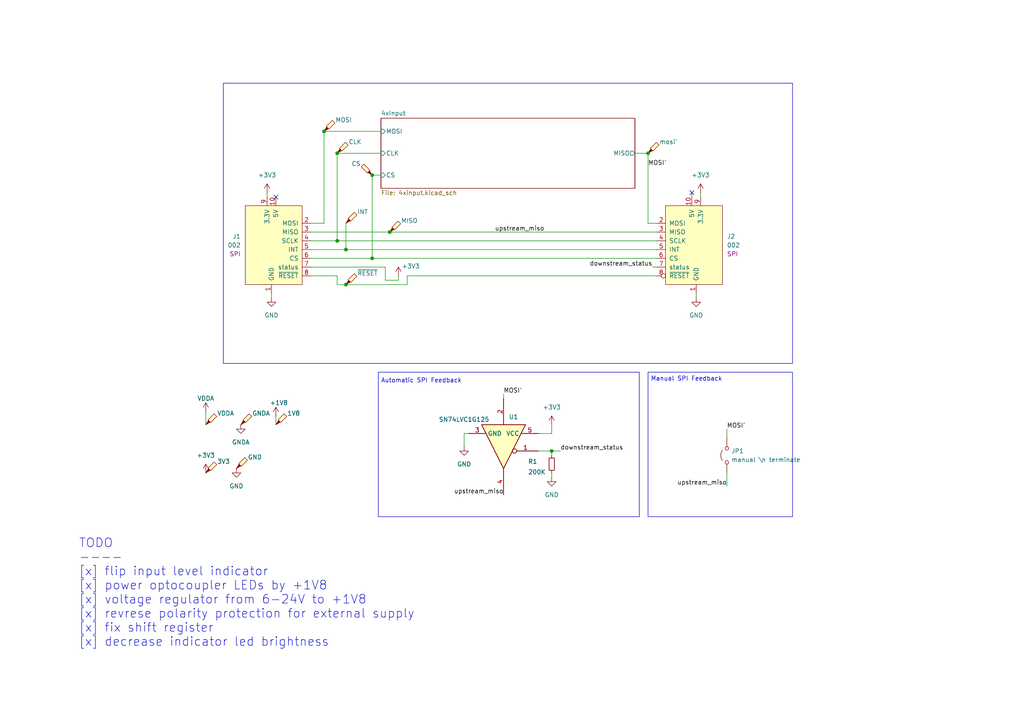
<source format=kicad_sch>
(kicad_sch (version 20250114) (generator "eeschema") (generator_version "9.0")
  (paper "A4")
  (title_block (title "${BoardName}") (date "2024-11-11") (rev "${BoardRevision}"))
  (lib_symbols
    (symbol "74xGxx:SN74LVC1G125DBV"
      (property "Reference" "U" (at -10.16 7.62 0))
      (property "Value" "SN74LVC1G125DBV" (at 2.54 -7.62 0))
      (symbol "SN74LVC1G125DBV_0_1"
        (polyline (pts (xy -7.62 6.35) (xy -7.62 -6.35) (xy 5.08 0) (xy -7.62 6.35)) (stroke (width 0.254)) (fill (type background)))
      )
      (symbol "SN74LVC1G125DBV_1_1"
        (pin input line (at -15.24 0 0) (length 7.62) (name "~") (number "2"))
        (pin power_in line (at -5.08 10.16 270) (length 5.08) (name "VCC") (number "5"))
        (pin power_in line (at -5.08 -10.16 90) (length 5.08) (name "GND") (number "3"))
        (pin input inverted (at 0 10.16 270) (length 7.62) (name "~") (number "1"))
        (pin tri_state line (at 12.7 0 180) (length 7.62) (name "~") (number "4"))
      )
    )
    (symbol "Connector:TestPoint_Probe" (pin_numbers (hide yes)) (pin_names (offset 0.762) (hide yes))
      (property "Reference" "TP" (at 1.651 5.842 0))
      (property "Value" "TestPoint_Probe" (at 1.651 4.064 0))
      (symbol "TestPoint_Probe_0_1"
        (polyline (pts (xy 1.27 0.762) (xy 0 0) (xy 0.762 1.27) (xy 1.27 0.762)) (fill (type outline)))
        (polyline (pts (xy 1.397 0.635) (xy 0.635 1.397) (xy 2.413 3.175) (xy 3.175 2.413) (xy 1.397 0.635)) (fill (type background)))
      )
      (symbol "TestPoint_Probe_1_1"
        (pin passive line (at 0 0 90) (length 0) (name "1") (number "1"))
      )
    )
    (symbol "Device:R_Small" (pin_numbers (hide yes)) (pin_names (offset 0.254) (hide yes))
      (property "Reference" "R" (at 0 0 90))
      (property "Value" "R_Small" (at 1.778 0 90))
      (symbol "R_Small_0_1"
        (rectangle (start -0.762 1.778) (end 0.762 -1.778) (stroke (width 0.2032)))
      )
      (symbol "R_Small_1_1"
        (pin passive line (at 0 2.54 270) (length 0.762) (name "~") (number "1"))
        (pin passive line (at 0 -2.54 90) (length 0.762) (name "~") (number "2"))
      )
    )
    (symbol "Jumper:Jumper_2_Open" (pin_numbers (hide yes)) (pin_names (offset 0) (hide yes))
      (property "Reference" "JP" (at 0 2.794 0))
      (property "Value" "Jumper_2_Open" (at 0 -2.286 0))
      (symbol "Jumper_2_Open_0_0"
        (circle (center -2.032 0) (radius 0.508))
        (circle (center 2.032 0) (radius 0.508))
      )
      (symbol "Jumper_2_Open_0_1"
        (arc (start -1.524 1.27) (mid 0 1.778) (end 1.524 1.27))
      )
      (symbol "Jumper_2_Open_1_1"
        (pin passive line (at -5.08 0 0) (length 2.54) (name "A") (number "1"))
        (pin passive line (at 5.08 0 180) (length 2.54) (name "B") (number "2"))
      )
    )
    (symbol "power:+3V3" (power) (pin_numbers (hide yes)) (pin_names (offset 0) (hide yes))
      (property "Value" "+3V3" (at 0 3.556 0))
      (symbol "+3V3_0_1"
        (polyline (pts (xy -0.762 1.27) (xy 0 2.54)))
        (polyline (pts (xy 0 2.54) (xy 0.762 1.27)))
        (polyline (pts (xy 0 0) (xy 0 2.54)))
      )
      (symbol "+3V3_1_1"
        (pin power_in line (at 0 0 90) (length 0) (name "~") (number "1"))
      )
    )
    (symbol "power:GND" (power) (pin_numbers (hide yes)) (pin_names (offset 0) (hide yes))
      (property "Value" "GND" (at 0 -3.81 0))
      (symbol "GND_0_1"
        (polyline (pts (xy 0 0) (xy 0 -1.27) (xy 1.27 -1.27) (xy 0 -2.54) (xy -1.27 -1.27) (xy 0 -1.27)))
      )
      (symbol "GND_1_1"
        (pin power_in line (at 0 0 270) (length 0) (name "~") (number "1"))
      )
    )
    (symbol "power:GNDA" (power) (pin_numbers (hide yes)) (pin_names (offset 0) (hide yes))
      (property "Value" "GNDA" (at 0 -3.81 0))
      (symbol "GNDA_0_1"
        (polyline (pts (xy 0 0) (xy 0 -1.27) (xy 1.27 -1.27) (xy 0 -2.54) (xy -1.27 -1.27) (xy 0 -1.27)))
      )
      (symbol "GNDA_1_1"
        (pin power_in line (at 0 0 270) (length 0) (name "~") (number "1"))
      )
    )
    (symbol "power:VDDA" (power) (pin_numbers (hide yes)) (pin_names (offset 0) (hide yes))
      (property "Value" "VDDA" (at 0 3.556 0))
      (symbol "VDDA_0_1"
        (polyline (pts (xy -0.762 1.27) (xy 0 2.54)))
        (polyline (pts (xy 0 2.54) (xy 0.762 1.27)))
        (polyline (pts (xy 0 0) (xy 0 2.54)))
      )
      (symbol "VDDA_1_1"
        (pin power_in line (at 0 0 90) (length 0) (name "~") (number "1"))
      )
    )
    (symbol "put_on_edge:002_SPI_device" (pin_names (offset 1.016)) (in_bom no)
      (property "Reference" "J" (at 6.35 13.97 0))
      (property "Value" "002" (at 5.842 -11.684 0))
      (property "Type" "SPI" (at -7.366 -11.43 0))
      (symbol "002_SPI_device_0_1"
        (rectangle (start 7.62 12.7) (end -8.89 -10.16) (fill (type background)))
      )
      (symbol "002_SPI_device_1_1"
        (pin power_out line (at -2.54 15.24 270) (length 2.54) (name "3.3V") (number "9"))
        (pin power_out line (at -1.27 -12.7 90) (length 2.54) (name "GND") (number "1"))
        (pin power_out line (at 0 15.24 270) (length 2.54) (name "5V") (number "10"))
        (pin output line (at 10.16 7.62 180) (length 2.54) (name "MOSI") (number "2"))
        (pin input line (at 10.16 5.08 180) (length 2.54) (name "MISO") (number "3"))
        (pin output line (at 10.16 2.54 180) (length 2.54) (name "SCLK") (number "4"))
        (pin input line (at 10.16 0 180) (length 2.54) (name "INT") (number "5"))
        (pin output line (at 10.16 -2.54 180) (length 2.54) (name "CS") (number "6"))
        (pin input line (at 10.16 -5.08 180) (length 2.54) (name "status") (number "7"))
        (pin output line (at 10.16 -7.62 180) (length 2.54) (name "~{RESET}") (number "8"))
      )
    )
    (symbol "put_on_edge:002_SPI_host" (pin_names (offset 1.016)) (in_bom no)
      (property "Reference" "J" (at -6.35 13.97 0))
      (property "Value" "002" (at -5.842 -11.684 0))
      (property "Type" "SPI" (at 7.366 -11.43 0))
      (symbol "002_SPI_host_0_1"
        (rectangle (start -7.62 12.7) (end 8.89 -10.16) (fill (type background)))
      )
      (symbol "002_SPI_host_1_1"
        (pin input line (at -10.16 7.62 0) (length 2.54) (name "MOSI") (number "2"))
        (pin output line (at -10.16 5.08 0) (length 2.54) (name "MISO") (number "3"))
        (pin input line (at -10.16 2.54 0) (length 2.54) (name "SCLK") (number "4"))
        (pin output line (at -10.16 0 0) (length 2.54) (name "INT") (number "5"))
        (pin input line (at -10.16 -2.54 0) (length 2.54) (name "CS") (number "6"))
        (pin output line (at -10.16 -5.08 0) (length 2.54) (name "status") (number "7"))
        (pin input inverted (at -10.16 -7.62 0) (length 2.54) (name "~{RESET}") (number "8"))
        (pin power_in line (at 0 15.24 270) (length 2.54) (name "5V") (number "10"))
        (pin passive line (at 1.27 -12.7 90) (length 2.54) (name "GND") (number "1"))
        (pin power_in line (at 2.54 15.24 270) (length 2.54) (name "3.3V") (number "9"))
      )
    )
  )
  (rectangle (start 109.728 107.95) (end 185.42 149.86))
  (rectangle (start 64.77 24.13) (end 229.87 105.41))
  (rectangle (start 187.96 107.95) (end 229.87 149.86))
  (text "Manual SPI Feedback" (at 188.722 109.982 0) (effects (font (size 1.27 1.27)) (justify left)))
  (text "TODO\n----\n[x] flip input level indicator \n[x] power optocoupler LEDs by +1V8 \n[x] voltage regulator from 6-24V to +1V8\n[x] revrese polarity protection for external supply\n[x] fix shift register\n[x] decrease indicator led brightness\n" (at 22.86 171.958 0) (effects (font (size 2.54 2.54)) (justify left)))
  (text "Automatic SPI Feedback" (at 110.49 110.49 0) (effects (font (size 1.27 1.27)) (justify left)))
  (junction (at 187.96 44.45))
  (junction (at 160.02 130.81))
  (junction (at 97.79 44.45))
  (junction (at 97.79 69.85))
  (junction (at 113.03 67.31))
  (junction (at 93.98 38.1))
  (junction (at 107.95 50.8))
  (junction (at 107.95 74.93))
  (junction (at 100.33 72.39))
  (junction (at 100.33 82.55))
  (no_connect (at 80.01 57.15))
  (no_connect (at 200.66 55.88))
  (wire (pts (xy 146.05 114.3) (xy 146.05 115.57)))
  (wire (pts (xy 160.02 132.08) (xy 160.02 130.81)))
  (wire (pts (xy 200.66 55.88) (xy 200.66 57.15)))
  (wire (pts (xy 134.62 129.54) (xy 134.62 125.73)))
  (wire (pts (xy 184.15 44.45) (xy 187.96 44.45)))
  (wire (pts (xy 115.57 80.01) (xy 115.57 81.28)))
  (wire (pts (xy 107.95 50.8) (xy 110.49 50.8)))
  (wire (pts (xy 160.02 125.73) (xy 156.21 125.73)))
  (wire (pts (xy 210.82 137.16) (xy 210.82 140.97)))
  (wire (pts (xy 90.17 64.77) (xy 93.98 64.77)))
  (wire (pts (xy 187.96 44.45) (xy 187.96 64.77)))
  (wire (pts (xy 160.02 130.81) (xy 156.21 130.81)))
  (wire (pts (xy 97.79 69.85) (xy 190.5 69.85)))
  (wire (pts (xy 107.95 74.93) (xy 190.5 74.93)))
  (wire (pts (xy 201.93 85.09) (xy 201.93 86.36)))
  (wire (pts (xy 78.74 85.09) (xy 78.74 86.36)))
  (wire (pts (xy 118.11 82.55) (xy 100.33 82.55)))
  (wire (pts (xy 189.23 77.47) (xy 190.5 77.47)))
  (wire (pts (xy 160.02 137.16) (xy 160.02 138.43)))
  (wire (pts (xy 93.98 64.77) (xy 93.98 38.1)))
  (wire (pts (xy 77.47 55.88) (xy 77.47 57.15)))
  (wire (pts (xy 100.33 82.55) (xy 97.79 82.55)))
  (wire (pts (xy 210.82 124.46) (xy 210.82 127)))
  (wire (pts (xy 100.33 72.39) (xy 190.5 72.39)))
  (wire (pts (xy 118.11 80.01) (xy 118.11 82.55)))
  (wire (pts (xy 59.69 119.38) (xy 59.69 123.19)))
  (wire (pts (xy 97.79 69.85) (xy 97.79 44.45)))
  (wire (pts (xy 90.17 69.85) (xy 97.79 69.85)))
  (wire (pts (xy 111.76 81.28) (xy 115.57 81.28)))
  (wire (pts (xy 187.96 64.77) (xy 190.5 64.77)))
  (wire (pts (xy 90.17 74.93) (xy 107.95 74.93)))
  (wire (pts (xy 118.11 80.01) (xy 190.5 80.01)))
  (wire (pts (xy 107.95 74.93) (xy 107.95 50.8)))
  (wire (pts (xy 80.01 120.65) (xy 80.01 123.19)))
  (wire (pts (xy 90.17 67.31) (xy 113.03 67.31)))
  (wire (pts (xy 90.17 72.39) (xy 100.33 72.39)))
  (wire (pts (xy 90.17 80.01) (xy 97.79 80.01)))
  (wire (pts (xy 93.98 38.1) (xy 110.49 38.1)))
  (wire (pts (xy 97.79 44.45) (xy 110.49 44.45)))
  (wire (pts (xy 203.2 55.88) (xy 203.2 57.15)))
  (wire (pts (xy 90.17 77.47) (xy 111.76 77.47)))
  (wire (pts (xy 134.62 125.73) (xy 135.89 125.73)))
  (wire (pts (xy 111.76 77.47) (xy 111.76 81.28)))
  (wire (pts (xy 160.02 130.81) (xy 162.56 130.81)))
  (wire (pts (xy 113.03 67.31) (xy 190.5 67.31)))
  (wire (pts (xy 160.02 123.19) (xy 160.02 125.73)))
  (wire (pts (xy 97.79 80.01) (xy 97.79 82.55)))
  (wire (pts (xy 100.33 72.39) (xy 100.33 64.77)))
  (label "downstream_status" (at 189.23 77.47 180))
  (label "upstream_miso" (at 210.82 140.97 180))
  (label "upstream_miso" (at 146.05 143.51 180))
  (label "upstream_miso" (at 143.51 67.31 0))
  (label "MOSI'" (at 146.05 114.3 0))
  (label "MOSI'" (at 210.82 124.46 0))
  (label "downstream_status" (at 162.56 130.81 0))
  (label "MOSI'" (at 187.96 48.26 0))
  (symbol (lib_id "Jumper:Jumper_2_Open") (at 210.82 132.08 90) (unit 1) (exclude_from_sim yes) (in_bom no)
    (property "Reference" "JP1" (at 212.09 130.8099 90) (effects (justify right)))
    (property "Value" "manual \\n terminate" (at 212.09 133.3499 90) (effects (justify right)))
    (property "Footprint" "Connector_PinHeader_2.54mm:PinHeader_1x02_P2.54mm_Vertical" (effects (hide yes)))
    (property "Description" "Jumper, 2-pole, open" (effects (hide yes)))
  )
  (symbol (lib_id "Connector:TestPoint_Probe") (at 59.69 137.16 0) (unit 1) (in_bom no)
    (property "Reference" "TP13" (effects (hide yes)))
    (property "Value" "3V3" (at 62.992 133.858 0) (effects (justify left)))
    (property "Footprint" "TestPoint:TestPoint_THTPad_D1.0mm_Drill0.5mm" (effects (hide yes)))
    (property "Description" "test point (alternative probe-style design)" (effects (hide yes)))
  )
  (symbol (lib_id "power:VDDA") (at 59.69 119.38 0) (unit 1)
    (property "Reference" "#PWR076" (effects (hide yes)))
    (property "Value" "VDDA" (at 59.69 115.57 0))
    (property "Description" "Power symbol creates a global label with name \"VDDA\"" (effects (hide yes)))
  )
  (symbol (lib_id "put_on_edge:002_SPI_device") (at 80.01 72.39 0) (unit 1) (in_bom no)
    (property "Reference" "J1" (at 69.85 68.5799 0) (effects (justify right)))
    (property "Value" "002" (at 69.85 71.1199 0) (effects (justify right)))
    (property "Footprint" "put_on_edge:on_edge_2x05_device" (effects (hide yes)))
    (property "Type" "SPI" (at 69.85 73.6599 0) (effects (justify right)))
  )
  (symbol (lib_id "Connector:TestPoint_Probe") (at 69.85 123.19 0) (unit 1) (in_bom no)
    (property "Reference" "TP16" (effects (hide yes)))
    (property "Value" "GNDA" (at 73.152 119.888 0) (effects (justify left)))
    (property "Footprint" "TestPoint:TestPoint_THTPad_D1.0mm_Drill0.5mm" (effects (hide yes)))
    (property "Description" "test point (alternative probe-style design)" (effects (hide yes)))
  )
  (symbol (lib_id "Connector:TestPoint_Probe") (at 187.96 44.45 0) (unit 1) (in_bom no)
    (property "Reference" "TP11" (effects (hide yes)))
    (property "Value" "mosi'" (at 191.262 41.148 0) (effects (justify left)))
    (property "Footprint" "TestPoint:TestPoint_THTPad_D1.0mm_Drill0.5mm" (effects (hide yes)))
    (property "Description" "test point (alternative probe-style design)" (effects (hide yes)))
  )
  (symbol (lib_id "Device:R_Small") (at 160.02 134.62 0) (unit 1)
    (property "Reference" "R1" (at 153.162 133.858 0) (effects (justify left)))
    (property "Value" "200K" (at 153.162 136.906 0) (effects (justify left)))
    (property "Footprint" "Resistor_SMD:R_0402_1005Metric_Pad0.72x0.64mm_HandSolder" (effects (hide yes)))
    (property "Description" "Resistor, small symbol" (effects (hide yes)))
    (property "LCSC Part#" "C25764" (effects (hide yes)))
  )
  (symbol (lib_id "Connector:TestPoint_Probe") (at 113.03 67.31 0) (unit 1) (in_bom no)
    (property "Reference" "TP10" (effects (hide yes)))
    (property "Value" "MISO" (at 116.332 64.008 0) (effects (justify left)))
    (property "Footprint" "TestPoint:TestPoint_THTPad_D1.0mm_Drill0.5mm" (effects (hide yes)))
    (property "Description" "test point (alternative probe-style design)" (effects (hide yes)))
  )
  (symbol (lib_id "Connector:TestPoint_Probe") (at 68.58 135.89 0) (unit 1) (in_bom no)
    (property "Reference" "TP14" (effects (hide yes)))
    (property "Value" "GND" (at 71.882 132.588 0) (effects (justify left)))
    (property "Footprint" "TestPoint:TestPoint_THTPad_D1.0mm_Drill0.5mm" (effects (hide yes)))
    (property "Description" "test point (alternative probe-style design)" (effects (hide yes)))
  )
  (symbol (lib_id "74xGxx:SN74LVC1G125DBV") (at 146.05 130.81 270) (unit 1)
    (property "Reference" "U1" (at 147.574 120.904 90) (effects (justify left)))
    (property "Value" "SN74LVC1G125" (at 127.254 121.666 90) (effects (justify left)))
    (property "Footprint" "Package_TO_SOT_SMD:SOT-23-5" (effects (hide yes)))
    (property "Datasheet" "http://www.ti.com/lit/ds/symlink/sn74lvc1g125.pdf" (effects (hide yes)))
    (property "Description" "Single Buffer Gate Tri-State, Low-Voltage CMOS, SOT-23-5" (effects (hide yes)))
    (property "LCSC Part#" "C23654" (effects (hide yes)))
  )
  (symbol (lib_id "Connector:TestPoint_Probe") (at 100.33 82.55 0) (unit 1) (in_bom no)
    (property "Reference" "TP9" (effects (hide yes)))
    (property "Value" "~{RESET}" (at 103.632 79.248 0) (effects (justify left)))
    (property "Footprint" "TestPoint:TestPoint_THTPad_D1.0mm_Drill0.5mm" (effects (hide yes)))
    (property "Description" "test point (alternative probe-style design)" (effects (hide yes)))
  )
  (symbol (lib_id "put_on_edge:002_SPI_host") (at 200.66 72.39 0) (unit 1) (in_bom no)
    (property "Reference" "J2" (at 210.82 68.5799 0) (effects (justify left)))
    (property "Value" "002" (at 210.82 71.1199 0) (effects (justify left)))
    (property "Footprint" "put_on_edge:on_edge_2x05_host" (effects (hide yes)))
    (property "Type" "SPI" (at 210.82 73.6599 0) (effects (justify left)))
  )
  (symbol (lib_id "Connector:TestPoint_Probe") (at 107.95 50.8 0) (mirror y) (unit 1) (in_bom no)
    (property "Reference" "TP12" (effects (hide yes)))
    (property "Value" "CS" (at 104.648 47.498 0) (effects (justify left)))
    (property "Footprint" "TestPoint:TestPoint_THTPad_D1.0mm_Drill0.5mm" (effects (hide yes)))
    (property "Description" "test point (alternative probe-style design)" (effects (hide yes)))
  )
  (symbol (lib_id "power:+3V3") (at 115.57 80.01 0) (unit 1)
    (property "Reference" "#PWR03" (effects (hide yes)))
    (property "Value" "+3V3" (at 119.126 77.216 0))
    (property "Description" "Power symbol creates a global label with name \"+3V3\"" (effects (hide yes)))
  )
  (symbol (lib_id "Connector:TestPoint_Probe") (at 100.33 64.77 0) (unit 1) (in_bom no)
    (property "Reference" "TP8" (effects (hide yes)))
    (property "Value" "INT" (at 103.632 61.468 0) (effects (justify left)))
    (property "Footprint" "TestPoint:TestPoint_THTPad_D1.0mm_Drill0.5mm" (effects (hide yes)))
    (property "Description" "test point (alternative probe-style design)" (effects (hide yes)))
  )
  (symbol (lib_id "power:+3V3") (at 77.47 55.88 0) (unit 1)
    (property "Reference" "#PWR01" (effects (hide yes)))
    (property "Value" "+3V3" (at 77.47 50.8 0))
    (property "Description" "Power symbol creates a global label with name \"+3V3\"" (effects (hide yes)))
  )
  (symbol (lib_id "Connector:TestPoint_Probe") (at 97.79 44.45 0) (unit 1) (in_bom no)
    (property "Reference" "TP7" (effects (hide yes)))
    (property "Value" "CLK" (at 101.092 41.148 0) (effects (justify left)))
    (property "Footprint" "TestPoint:TestPoint_THTPad_D1.0mm_Drill0.5mm" (effects (hide yes)))
    (property "Description" "test point (alternative probe-style design)" (effects (hide yes)))
  )
  (symbol (lib_id "power:+3V3") (at 59.69 137.16 0) (unit 1)
    (property "Reference" "#PWR010" (effects (hide yes)))
    (property "Value" "+3V3" (at 59.69 132.08 0))
    (property "Description" "Power symbol creates a global label with name \"+3V3\"" (effects (hide yes)))
  )
  (symbol (lib_id "Connector:TestPoint_Probe") (at 80.01 123.19 0) (unit 1) (in_bom no)
    (property "Reference" "TP17" (effects (hide yes)))
    (property "Value" "1V8" (at 83.312 119.888 0) (effects (justify left)))
    (property "Footprint" "TestPoint:TestPoint_THTPad_D1.0mm_Drill0.5mm" (effects (hide yes)))
    (property "Description" "test point (alternative probe-style design)" (effects (hide yes)))
  )
  (symbol (lib_id "power:GND") (at 160.02 138.43 0) (unit 1)
    (property "Reference" "#PWR06" (effects (hide yes)))
    (property "Value" "GND" (at 160.02 143.51 0))
    (property "Description" "Power symbol creates a global label with name \"GND\" , ground" (effects (hide yes)))
  )
  (symbol (lib_id "power:GND") (at 78.74 86.36 0) (unit 1)
    (property "Reference" "#PWR02" (effects (hide yes)))
    (property "Value" "GND" (at 78.74 91.44 0))
    (property "Description" "Power symbol creates a global label with name \"GND\" , ground" (effects (hide yes)))
  )
  (symbol (lib_id "Connector:TestPoint_Probe") (at 93.98 38.1 0) (unit 1) (in_bom no)
    (property "Reference" "TP6" (effects (hide yes)))
    (property "Value" "MOSI" (at 97.282 34.798 0) (effects (justify left)))
    (property "Footprint" "TestPoint:TestPoint_THTPad_D1.0mm_Drill0.5mm" (effects (hide yes)))
    (property "Description" "test point (alternative probe-style design)" (effects (hide yes)))
  )
  (symbol (lib_id "power:+3V3") (at 160.02 123.19 0) (unit 1)
    (property "Reference" "#PWR05" (effects (hide yes)))
    (property "Value" "+3V3" (at 160.02 118.11 0))
    (property "Description" "Power symbol creates a global label with name \"+3V3\"" (effects (hide yes)))
  )
  (symbol (lib_id "Connector:TestPoint_Probe") (at 59.69 123.19 0) (unit 1) (in_bom no)
    (property "Reference" "TP15" (effects (hide yes)))
    (property "Value" "VDDA" (at 62.992 119.888 0) (effects (justify left)))
    (property "Footprint" "TestPoint:TestPoint_THTPad_D1.0mm_Drill0.5mm" (effects (hide yes)))
    (property "Description" "test point (alternative probe-style design)" (effects (hide yes)))
  )
  (symbol (lib_id "power:GND") (at 68.58 135.89 0) (unit 1)
    (property "Reference" "#PWR074" (effects (hide yes)))
    (property "Value" "GND" (at 68.58 140.97 0))
    (property "Description" "Power symbol creates a global label with name \"GND\" , ground" (effects (hide yes)))
  )
  (symbol (lib_id "power:VDDA") (at 80.01 120.65 0) (unit 1)
    (property "Reference" "#PWR088" (effects (hide yes)))
    (property "Value" "+1V8" (at 78.232 116.84 0) (effects (justify left)))
    (property "Description" "Power symbol creates a global label with name \"VDDA\"" (effects (hide yes)))
  )
  (symbol (lib_id "power:+3V3") (at 203.2 55.88 0) (unit 1)
    (property "Reference" "#PWR08" (effects (hide yes)))
    (property "Value" "+3V3" (at 203.2 50.8 0))
    (property "Description" "Power symbol creates a global label with name \"+3V3\"" (effects (hide yes)))
  )
  (symbol (lib_id "power:GNDA") (at 69.85 123.19 0) (unit 1)
    (property "Reference" "#PWR075" (effects (hide yes)))
    (property "Value" "GNDA" (at 69.85 128.27 0))
    (property "Description" "Power symbol creates a global label with name \"GNDA\" , analog ground" (effects (hide yes)))
  )
  (symbol (lib_id "power:GND") (at 134.62 129.54 0) (unit 1)
    (property "Reference" "#PWR04" (effects (hide yes)))
    (property "Value" "GND" (at 134.62 134.62 0))
    (property "Description" "Power symbol creates a global label with name \"GND\" , ground" (effects (hide yes)))
  )
  (symbol (lib_id "power:GND") (at 201.93 86.36 0) (unit 1)
    (property "Reference" "#PWR07" (effects (hide yes)))
    (property "Value" "GND" (at 201.93 91.44 0))
    (property "Description" "Power symbol creates a global label with name \"GND\" , ground" (effects (hide yes)))
  )
  (sheet (at 110.49 34.29) (size 73.66 20.32) (stroke (width 0.1524))
    (property "Sheetname" "4xInput" (at 110.49 33.5784 0) (effects (justify left bottom)))
    (property "Sheetfile" "4xinput.kicad_sch" (at 110.49 55.1946 0) (effects (justify left top)))
    (pin "MOSI" input (at 110.49 38.1 180))
    (pin "CLK" input (at 110.49 44.45 180))
    (pin "MISO" output (at 184.15 44.45 0))
    (pin "CS" input (at 110.49 50.8 180))
  )
)
</source>
